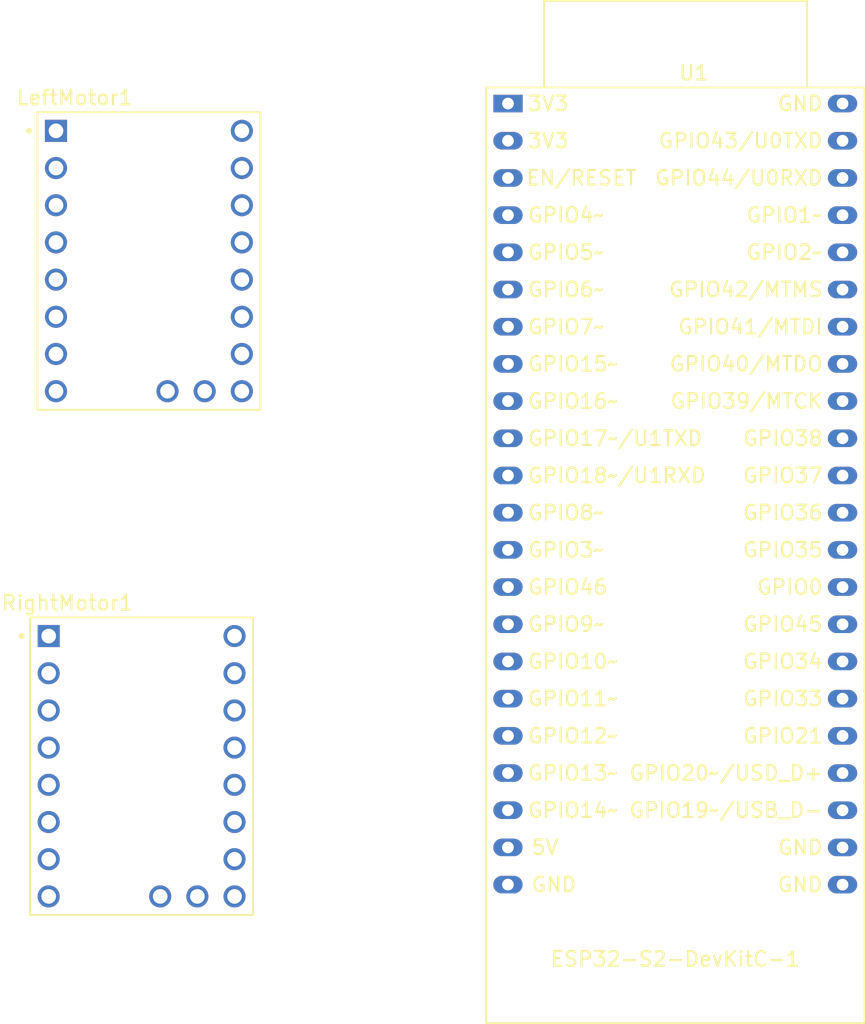
<source format=kicad_pcb>
(kicad_pcb (version 20240108) (generator "pcbnew") (generator_version "8.0")
  (layers (0 "F.Cu" signal) (31 "B.Cu" signal) (34 "B.Paste" user) (35 "F.Paste" user) (36 "B.SilkS" user "B.Silkscreen") (37 "F.SilkS" user "F.Silkscreen") (38 "B.Mask" user) (39 "F.Mask" user) (44 "Edge.Cuts" user))
  (net 0 "")
  (net 3 "Net-(LeftMotor1-DIR)")
  (net 4 "Net-(LeftMotor1-MS1)")
  (net 5 "Net-(J1-Pad2)")
  (net 10 "Net-(LeftMotor1-~{EN})")
  (net 13 "Net-(LeftMotor1-VIO)")
  (net 14 "Net-(LeftMotor1-RX)")
  (net 15 "Net-(LeftMotor1-VS)")
  (net 16 "Net-(LeftMotor1-STEP)")
  (net 20 "Net-(RightMotor1-~{EN})")
  (net 22 "Net-(RightMotor1-STEP)")
  (net 26 "Net-(RightMotor1-DIR)")
  (footprint "TMC2209_SILENTSTEPSTICK:MODULE_TMC2209_SILENTSTEPSTICK" (layer "F.Cu") (at 158.5 107.5)
    (property "Reference" "RightMotor1" (at -5.075 -11.155 0) (layer "F.SilkS"))
    (property "Value" "TMC2209_BigTreeTech_V1.3")
    (fp_line (start -7.62 -10.16) (end 7.62 -10.16) (stroke (width 0.127)) (layer "F.SilkS"))
    (fp_line (start -7.62 10.16) (end -7.62 -10.16) (stroke (width 0.127)) (layer "F.SilkS"))
    (fp_line (start 7.62 -10.16) (end 7.62 10.16) (stroke (width 0.127)) (layer "F.SilkS"))
    (fp_line (start 7.62 10.16) (end -7.62 10.16) (stroke (width 0.127)) (layer "F.SilkS"))
    (fp_circle (center -8.2 -8.89) (end -8.1 -8.89) (stroke (width 0.2)) (fill none) (layer "F.SilkS"))
    (pad "1" thru_hole rect (at -6.35 -8.89) (size 1.508 1.508) (drill 1) (layers "*.Cu" "*.Mask") (net 4 "Net-(LeftMotor1-MS1)"))
    (pad "2" thru_hole circle (at -6.35 -6.35) (size 1.508 1.508) (drill 1) (layers "*.Cu" "*.Mask") (net 13 "Net-(LeftMotor1-VIO)"))
    (pad "3" thru_hole circle (at -6.35 -3.81) (size 1.508 1.508) (drill 1) (layers "*.Cu" "*.Mask"))
    (pad "4" thru_hole circle (at -6.35 -1.27) (size 1.508 1.508) (drill 1) (layers "*.Cu" "*.Mask"))
    (pad "5" thru_hole circle (at -6.35 1.27) (size 1.508 1.508) (drill 1) (layers "*.Cu" "*.Mask"))
    (pad "6" thru_hole circle (at -6.35 3.81) (size 1.508 1.508) (drill 1) (layers "*.Cu" "*.Mask"))
    (pad "7" thru_hole circle (at -6.35 6.35) (size 1.508 1.508) (drill 1) (layers "*.Cu" "*.Mask") (net 5 "Net-(J1-Pad2)"))
    (pad "8" thru_hole circle (at -6.35 8.89) (size 1.508 1.508) (drill 1) (layers "*.Cu" "*.Mask") (net 15 "Net-(LeftMotor1-VS)"))
    (pad "9" thru_hole circle (at 6.35 -8.89) (size 1.508 1.508) (drill 1) (layers "*.Cu" "*.Mask") (net 26 "Net-(RightMotor1-DIR)"))
    (pad "10" thru_hole circle (at 6.35 -6.35) (size 1.508 1.508) (drill 1) (layers "*.Cu" "*.Mask") (net 22 "Net-(RightMotor1-STEP)"))
    (pad "11" thru_hole circle (at 6.35 -3.81) (size 1.508 1.508) (drill 1) (layers "*.Cu" "*.Mask"))
    (pad "12" thru_hole circle (at 6.35 -1.27) (size 1.508 1.508) (drill 1) (layers "*.Cu" "*.Mask"))
    (pad "13" thru_hole circle (at 6.35 1.27) (size 1.508 1.508) (drill 1) (layers "*.Cu" "*.Mask") (net 14 "Net-(LeftMotor1-RX)"))
    (pad "14" thru_hole circle (at 6.35 3.81) (size 1.508 1.508) (drill 1) (layers "*.Cu" "*.Mask") (net 4 "Net-(LeftMotor1-MS1)"))
    (pad "15" thru_hole circle (at 6.35 6.35) (size 1.508 1.508) (drill 1) (layers "*.Cu" "*.Mask") (net 4 "Net-(LeftMotor1-MS1)"))
    (pad "16" thru_hole circle (at 6.35 8.89) (size 1.508 1.508) (drill 1) (layers "*.Cu" "*.Mask") (net 20 "Net-(RightMotor1-~{EN})"))
    (pad "17" thru_hole circle (at 1.27 8.89) (size 1.508 1.508) (drill 1) (layers "*.Cu" "*.Mask"))
    (pad "18" thru_hole circle (at 3.81 8.89) (size 1.508 1.508) (drill 1) (layers "*.Cu" "*.Mask"))
  )
  (footprint "PCM_Espressif:ESP32-S2-DevKitC-1" (layer "F.Cu") (at 183.535 62.24812)
    (property "Reference" "U1" (at 12.7 -2.1 0) (layer "F.SilkS"))
    (property "Value" "ESP32-S2-DevKitC-1" (at 11.43 58.42 180) (layer "F.SilkS"))
    (fp_line (start -1.5 62.79728) (end 24.359999 62.79728) (stroke (width 0.12)) (layer "F.SilkS"))
    (fp_line (start -1.499999 -1.1) (end -1.5 62.79728) (stroke (width 0.12)) (layer "F.SilkS"))
    (fp_line (start 2.46012 -7.01312) (end 20.44332 -7.01312) (stroke (width 0.12)) (layer "F.SilkS"))
    (fp_line (start 2.46012 -1.12032) (end 2.46012 -7.01312) (stroke (width 0.12)) (layer "F.SilkS"))
    (fp_line (start 20.44332 -7.01312) (end 20.44332 -1.12032) (stroke (width 0.12)) (layer "F.SilkS"))
    (fp_line (start 24.359999 62.79728) (end 24.36 -1.1) (stroke (width 0.12)) (layer "F.SilkS"))
    (fp_line (start 24.36 -1.1) (end -1.499999 -1.1) (stroke (width 0.12)) (layer "F.SilkS"))
    (fp_text user "GPIO38" (at 21.59 22.86 0) (layer "F.SilkS") (effects (justify right)))
    (fp_text user "GPIO45" (at 21.59 35.56 0) (layer "F.SilkS") (effects (justify right)))
    (fp_text user "GPIO5~" (at 1.27 10.16 0) (layer "F.SilkS") (effects (justify left)))
    (fp_text user "GND" (at 21.59 53.34 0) (layer "F.SilkS") (effects (justify right)))
    (fp_text user "GPIO39/MTCK" (at 21.59 20.32 0) (layer "F.SilkS") (effects (justify right)))
    (fp_text user "GPIO42/MTMS" (at 21.59 12.7 0) (layer "F.SilkS") (effects (justify right)))
    (fp_text user "GPIO46" (at 1.27 33.02 0) (layer "F.SilkS") (effects (justify left)))
    (fp_text user "GPIO37" (at 21.59 25.4 0) (layer "F.SilkS") (effects (justify right)))
    (fp_text user "GPIO8~" (at 1.27 27.94 0) (layer "F.SilkS") (effects (justify left)))
    (fp_text user "GPIO12~" (at 1.27 43.18 0) (layer "F.SilkS") (effects (justify left)))
    (fp_text user "GPIO1~" (at 21.59 7.62 0) (layer "F.SilkS") (effects (justify right)))
    (fp_text user "GPIO17~/U1TXD" (at 1.27 22.86 0) (layer "F.SilkS") (effects (justify left)))
    (fp_text user "GPIO33" (at 21.59 40.64 0) (layer "F.SilkS") (effects (justify right)))
    (fp_text user "GPIO36" (at 21.59 27.94 0) (layer "F.SilkS") (effects (justify right)))
    (fp_text user "GPIO15~" (at 1.27 17.78 0) (layer "F.SilkS") (effects (justify left)))
    (fp_text user "GND" (at 21.59 50.8 0) (layer "F.SilkS") (effects (justify right)))
    (fp_text user "GPIO21" (at 21.59 43.18 0) (layer "F.SilkS") (effects (justify right)))
    (fp_text user "GPIO2~" (at 21.59 10.16 0) (layer "F.SilkS") (effects (justify right)))
    (fp_text user "3V3" (at 1.27 2.54 0) (layer "F.SilkS") (effects (justify left)))
    (fp_text user "GPIO44/U0RXD" (at 21.59 5.08 0) (layer "F.SilkS") (effects (justify right)))
    (fp_text user "GND" (at 21.59 0 0) (layer "F.SilkS") (effects (justify right)))
    (fp_text user "GPIO14~" (at 1.27 48.26 0) (layer "F.SilkS") (effects (justify left)))
    (fp_text user "GPIO0" (at 21.59 33.02 0) (layer "F.SilkS") (effects (justify right)))
    (fp_text user "GPIO43/U0TXD" (at 21.59 2.54 0) (layer "F.SilkS") (effects (justify right)))
    (fp_text user "GPIO34" (at 21.59 38.1 0) (layer "F.SilkS") (effects (justify right)))
    (fp_text user "GPIO4~" (at 1.27 7.62 0) (layer "F.SilkS") (effects (justify left)))
    (fp_text user "GPIO16~" (at 1.27 20.32 0) (layer "F.SilkS") (effects (justify left)))
    (fp_text user "GPIO19~/USB_D-" (at 21.59 48.26 0) (layer "F.SilkS") (effects (justify right)))
    (fp_text user "GPIO10~" (at 1.27 38.1 0) (layer "F.SilkS") (effects (justify left)))
    (fp_text user "GPIO41/MTDI" (at 21.59 15.24 0) (layer "F.SilkS") (effects (justify right)))
    (fp_text user "GPIO7~" (at 1.27 15.24 0) (layer "F.SilkS") (effects (justify left)))
    (fp_text user "GPIO6~" (at 1.27 12.7 0) (layer "F.SilkS") (effects (justify left)))
    (fp_text user "GPIO18~/U1RXD" (at 1.27 25.4 0) (layer "F.SilkS") (effects (justify left)))
    (fp_text user "EN/RESET" (at 8.88632 5.07728 0) (layer "F.SilkS") (effects (justify right)))
    (fp_text user "GPIO20~/USD_D+" (at 21.59 45.72 0) (layer "F.SilkS") (effects (justify right)))
    (fp_text user "GPIO3~" (at 1.27 30.48 0) (layer "F.SilkS") (effects (justify left)))
    (fp_text user "GPIO13~" (at 1.27 45.72 0) (layer "F.SilkS") (effects (justify left)))
    (fp_text user "GPIO11~" (at 1.27 40.64 0) (layer "F.SilkS") (effects (justify left)))
    (fp_text user "GND" (at 1.52032 53.33728 0) (layer "F.SilkS") (effects (justify left)))
    (fp_text user "5V" (at 1.52032 50.79728 0) (layer "F.SilkS") (effects (justify left)))
    (fp_text user "GPIO35" (at 21.59 30.48 0) (layer "F.SilkS") (effects (justify right)))
    (fp_text user "3V3" (at 1.27 0 0) (layer "F.SilkS") (effects (justify left)))
    (fp_text user "GPIO9~" (at 1.27 35.56 0) (layer "F.SilkS") (effects (justify left)))
    (fp_text user "GPIO40/MTDO" (at 21.59 17.78 0) (layer "F.SilkS") (effects (justify right)))
    (pad "1" thru_hole rect (at 0 0 270) (size 1.2 2) (drill 0.8) (layers "*.Cu" "*.Mask"))
    (pad "2" thru_hole oval (at 0 2.54 270) (size 1.2 2) (drill 0.8) (layers "*.Cu" "*.Mask") (net 13 "Net-(LeftMotor1-VIO)"))
    (pad "3" thru_hole oval (at 0 5.08 270) (size 1.2 2) (drill 0.8) (layers "*.Cu" "*.Mask"))
    (pad "4" thru_hole oval (at 0 7.62 270) (size 1.2 2) (drill 0.8) (layers "*.Cu" "*.Mask") (net 10 "Net-(LeftMotor1-~{EN})"))
    (pad "5" thru_hole oval (at 0 10.16 270) (size 1.2 2) (drill 0.8) (layers "*.Cu" "*.Mask") (net 16 "Net-(LeftMotor1-STEP)"))
    (pad "6" thru_hole oval (at 0 12.7 270) (size 1.2 2) (drill 0.8) (layers "*.Cu" "*.Mask") (net 3 "Net-(LeftMotor1-DIR)"))
    (pad "7" thru_hole oval (at 0 15.24 270) (size 1.2 2) (drill 0.8) (layers "*.Cu" "*.Mask") (net 20 "Net-(RightMotor1-~{EN})"))
    (pad "8" thru_hole oval (at 0 17.78 270) (size 1.2 2) (drill 0.8) (layers "*.Cu" "*.Mask") (net 22 "Net-(RightMotor1-STEP)"))
    (pad "9" thru_hole oval (at 0 20.32 270) (size 1.2 2) (drill 0.8) (layers "*.Cu" "*.Mask") (net 26 "Net-(RightMotor1-DIR)"))
    (pad "10" thru_hole oval (at 0 22.86 270) (size 1.2 2) (drill 0.8) (layers "*.Cu" "*.Mask") (net 14 "Net-(LeftMotor1-RX)"))
    (pad "11" thru_hole oval (at 0 25.4 270) (size 1.2 2) (drill 0.8) (layers "*.Cu" "*.Mask"))
    (pad "12" thru_hole oval (at 0 27.94 270) (size 1.2 2) (drill 0.8) (layers "*.Cu" "*.Mask"))
    (pad "13" thru_hole oval (at 0 30.48 270) (size 1.2 2) (drill 0.8) (layers "*.Cu" "*.Mask"))
    (pad "14" thru_hole oval (at 0 33.02 270) (size 1.2 2) (drill 0.8) (layers "*.Cu" "*.Mask"))
    (pad "15" thru_hole oval (at 0 35.56 270) (size 1.2 2) (drill 0.8) (layers "*.Cu" "*.Mask"))
    (pad "16" thru_hole oval (at 0 38.1 270) (size 1.2 2) (drill 0.8) (layers "*.Cu" "*.Mask"))
    (pad "17" thru_hole oval (at 0 40.64 270) (size 1.2 2) (drill 0.8) (layers "*.Cu" "*.Mask"))
    (pad "18" thru_hole oval (at 0 43.18 270) (size 1.2 2) (drill 0.8) (layers "*.Cu" "*.Mask"))
    (pad "19" thru_hole oval (at 0 45.72 270) (size 1.2 2) (drill 0.8) (layers "*.Cu" "*.Mask"))
    (pad "20" thru_hole oval (at -0.00368 48.25728 270) (size 1.2 2) (drill 0.8) (layers "*.Cu" "*.Mask"))
    (pad "21" thru_hole oval (at -0.00368 50.79728 270) (size 1.2 2) (drill 0.8) (layers "*.Cu" "*.Mask"))
    (pad "22" thru_hole oval (at -0.00368 53.33728 270) (size 1.2 2) (drill 0.8) (layers "*.Cu" "*.Mask") (net 4 "Net-(LeftMotor1-MS1)"))
    (pad "23" thru_hole oval (at 22.86 53.34 270) (size 1.2 2) (drill 0.8) (layers "*.Cu" "*.Mask"))
    (pad "24" thru_hole oval (at 22.86 50.8 270) (size 1.2 2) (drill 0.8) (layers "*.Cu" "*.Mask"))
    (pad "25" thru_hole oval (at 22.86 48.26 270) (size 1.2 2) (drill 0.8) (layers "*.Cu" "*.Mask"))
    (pad "26" thru_hole oval (at 22.86 45.72 270) (size 1.2 2) (drill 0.8) (layers "*.Cu" "*.Mask"))
    (pad "27" thru_hole oval (at 22.86 43.18 270) (size 1.2 2) (drill 0.8) (layers "*.Cu" "*.Mask"))
    (pad "28" thru_hole oval (at 22.86 40.64 270) (size 1.2 2) (drill 0.8) (layers "*.Cu" "*.Mask"))
    (pad "29" thru_hole oval (at 22.86 38.1 270) (size 1.2 2) (drill 0.8) (layers "*.Cu" "*.Mask"))
    (pad "30" thru_hole oval (at 22.86 35.56 270) (size 1.2 2) (drill 0.8) (layers "*.Cu" "*.Mask"))
    (pad "31" thru_hole oval (at 22.86 33.02 270) (size 1.2 2) (drill 0.8) (layers "*.Cu" "*.Mask"))
    (pad "32" thru_hole oval (at 22.86 30.48 270) (size 1.2 2) (drill 0.8) (layers "*.Cu" "*.Mask"))
    (pad "33" thru_hole oval (at 22.86 27.94 270) (size 1.2 2) (drill 0.8) (layers "*.Cu" "*.Mask"))
    (pad "34" thru_hole oval (at 22.86 25.4 270) (size 1.2 2) (drill 0.8) (layers "*.Cu" "*.Mask"))
    (pad "35" thru_hole oval (at 22.86 22.86 270) (size 1.2 2) (drill 0.8) (layers "*.Cu" "*.Mask"))
    (pad "36" thru_hole oval (at 22.86 20.32 270) (size 1.2 2) (drill 0.8) (layers "*.Cu" "*.Mask"))
    (pad "37" thru_hole oval (at 22.86 17.78 270) (size 1.2 2) (drill 0.8) (layers "*.Cu" "*.Mask"))
    (pad "38" thru_hole oval (at 22.86 15.24 270) (size 1.2 2) (drill 0.8) (layers "*.Cu" "*.Mask"))
    (pad "39" thru_hole oval (at 22.86 12.7 270) (size 1.2 2) (drill 0.8) (layers "*.Cu" "*.Mask"))
    (pad "40" thru_hole oval (at 22.86 10.16 270) (size 1.2 2) (drill 0.8) (layers "*.Cu" "*.Mask"))
    (pad "41" thru_hole oval (at 22.86 7.62 270) (size 1.2 2) (drill 0.8) (layers "*.Cu" "*.Mask"))
    (pad "42" thru_hole oval (at 22.86 5.08 270) (size 1.2 2) (drill 0.8) (layers "*.Cu" "*.Mask"))
    (pad "43" thru_hole oval (at 22.86 2.54 270) (size 1.2 2) (drill 0.8) (layers "*.Cu" "*.Mask"))
    (pad "44" thru_hole oval (at 22.86 0 270) (size 1.2 2) (drill 0.8) (layers "*.Cu" "*.Mask"))
  )
  (footprint "TMC2209_SILENTSTEPSTICK:MODULE_TMC2209_SILENTSTEPSTICK" (layer "F.Cu") (at 159 73)
    (property "Reference" "LeftMotor1" (at -5.075 -11.155 0) (layer "F.SilkS"))
    (property "Value" "TMC2209_BigTreeTech_V1.3")
    (fp_line (start -7.62 -10.16) (end 7.62 -10.16) (stroke (width 0.127)) (layer "F.SilkS"))
    (fp_line (start -7.62 10.16) (end -7.62 -10.16) (stroke (width 0.127)) (layer "F.SilkS"))
    (fp_line (start 7.62 -10.16) (end 7.62 10.16) (stroke (width 0.127)) (layer "F.SilkS"))
    (fp_line (start 7.62 10.16) (end -7.62 10.16) (stroke (width 0.127)) (layer "F.SilkS"))
    (fp_circle (center -8.2 -8.89) (end -8.1 -8.89) (stroke (width 0.2)) (fill none) (layer "F.SilkS"))
    (pad "1" thru_hole rect (at -6.35 -8.89) (size 1.508 1.508) (drill 1) (layers "*.Cu" "*.Mask") (net 4 "Net-(LeftMotor1-MS1)"))
    (pad "2" thru_hole circle (at -6.35 -6.35) (size 1.508 1.508) (drill 1) (layers "*.Cu" "*.Mask") (net 13 "Net-(LeftMotor1-VIO)"))
    (pad "3" thru_hole circle (at -6.35 -3.81) (size 1.508 1.508) (drill 1) (layers "*.Cu" "*.Mask"))
    (pad "4" thru_hole circle (at -6.35 -1.27) (size 1.508 1.508) (drill 1) (layers "*.Cu" "*.Mask"))
    (pad "5" thru_hole circle (at -6.35 1.27) (size 1.508 1.508) (drill 1) (layers "*.Cu" "*.Mask"))
    (pad "6" thru_hole circle (at -6.35 3.81) (size 1.508 1.508) (drill 1) (layers "*.Cu" "*.Mask"))
    (pad "7" thru_hole circle (at -6.35 6.35) (size 1.508 1.508) (drill 1) (layers "*.Cu" "*.Mask") (net 5 "Net-(J1-Pad2)"))
    (pad "8" thru_hole circle (at -6.35 8.89) (size 1.508 1.508) (drill 1) (layers "*.Cu" "*.Mask") (net 15 "Net-(LeftMotor1-VS)"))
    (pad "9" thru_hole circle (at 6.35 -8.89) (size 1.508 1.508) (drill 1) (layers "*.Cu" "*.Mask") (net 3 "Net-(LeftMotor1-DIR)"))
    (pad "10" thru_hole circle (at 6.35 -6.35) (size 1.508 1.508) (drill 1) (layers "*.Cu" "*.Mask") (net 16 "Net-(LeftMotor1-STEP)"))
    (pad "11" thru_hole circle (at 6.35 -3.81) (size 1.508 1.508) (drill 1) (layers "*.Cu" "*.Mask"))
    (pad "12" thru_hole circle (at 6.35 -1.27) (size 1.508 1.508) (drill 1) (layers "*.Cu" "*.Mask"))
    (pad "13" thru_hole circle (at 6.35 1.27) (size 1.508 1.508) (drill 1) (layers "*.Cu" "*.Mask") (net 14 "Net-(LeftMotor1-RX)"))
    (pad "14" thru_hole circle (at 6.35 3.81) (size 1.508 1.508) (drill 1) (layers "*.Cu" "*.Mask") (net 4 "Net-(LeftMotor1-MS1)"))
    (pad "15" thru_hole circle (at 6.35 6.35) (size 1.508 1.508) (drill 1) (layers "*.Cu" "*.Mask") (net 4 "Net-(LeftMotor1-MS1)"))
    (pad "16" thru_hole circle (at 6.35 8.89) (size 1.508 1.508) (drill 1) (layers "*.Cu" "*.Mask") (net 10 "Net-(LeftMotor1-~{EN})"))
    (pad "17" thru_hole circle (at 1.27 8.89) (size 1.508 1.508) (drill 1) (layers "*.Cu" "*.Mask"))
    (pad "18" thru_hole circle (at 3.81 8.89) (size 1.508 1.508) (drill 1) (layers "*.Cu" "*.Mask"))
  )
)
</source>
